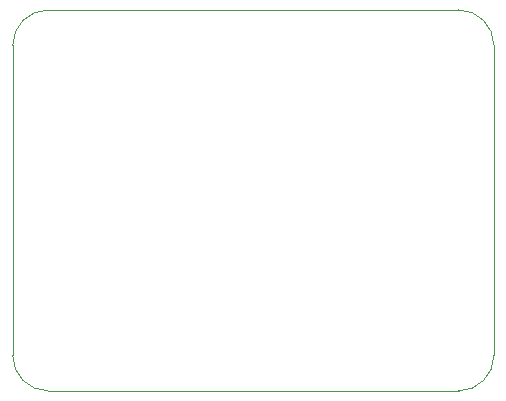
<source format=gbr>
%TF.GenerationSoftware,KiCad,Pcbnew,7.0.1*%
%TF.CreationDate,2023-03-27T05:29:06+01:00*%
%TF.ProjectId,1,312e6b69-6361-4645-9f70-636258585858,rev?*%
%TF.SameCoordinates,Original*%
%TF.FileFunction,Profile,NP*%
%FSLAX46Y46*%
G04 Gerber Fmt 4.6, Leading zero omitted, Abs format (unit mm)*
G04 Created by KiCad (PCBNEW 7.0.1) date 2023-03-27 05:29:06*
%MOMM*%
%LPD*%
G01*
G04 APERTURE LIST*
%TA.AperFunction,Profile*%
%ADD10C,0.100000*%
%TD*%
G04 APERTURE END LIST*
D10*
X102500000Y-49500000D02*
G75*
G03*
X99500000Y-52500000I0J-3000000D01*
G01*
X102500000Y-49500000D02*
X137250000Y-49500000D01*
X99500000Y-78750000D02*
G75*
G03*
X102500000Y-81750000I3000000J0D01*
G01*
X99500000Y-52500000D02*
X99500000Y-78750000D01*
X137250000Y-81750000D02*
G75*
G03*
X140250000Y-78750000I0J3000000D01*
G01*
X140250000Y-52500000D02*
G75*
G03*
X137250000Y-49500000I-3000000J0D01*
G01*
X140250000Y-52500000D02*
X140250000Y-78750000D01*
X137250000Y-81750000D02*
X102500000Y-81750000D01*
M02*

</source>
